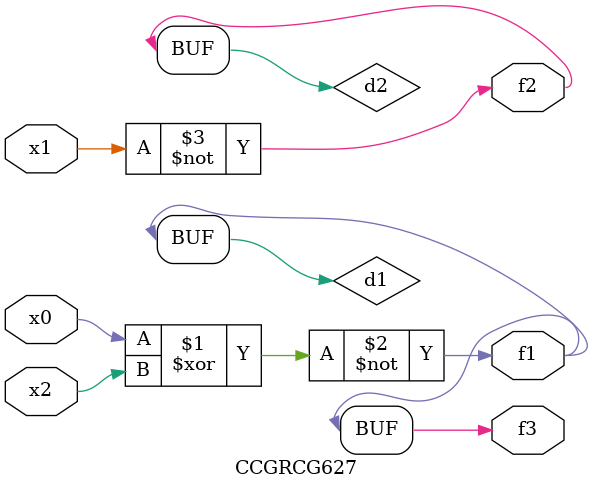
<source format=v>
module CCGRCG627(
	input x0, x1, x2,
	output f1, f2, f3
);

	wire d1, d2, d3;

	xnor (d1, x0, x2);
	nand (d2, x1);
	nor (d3, x1, x2);
	assign f1 = d1;
	assign f2 = d2;
	assign f3 = d1;
endmodule

</source>
